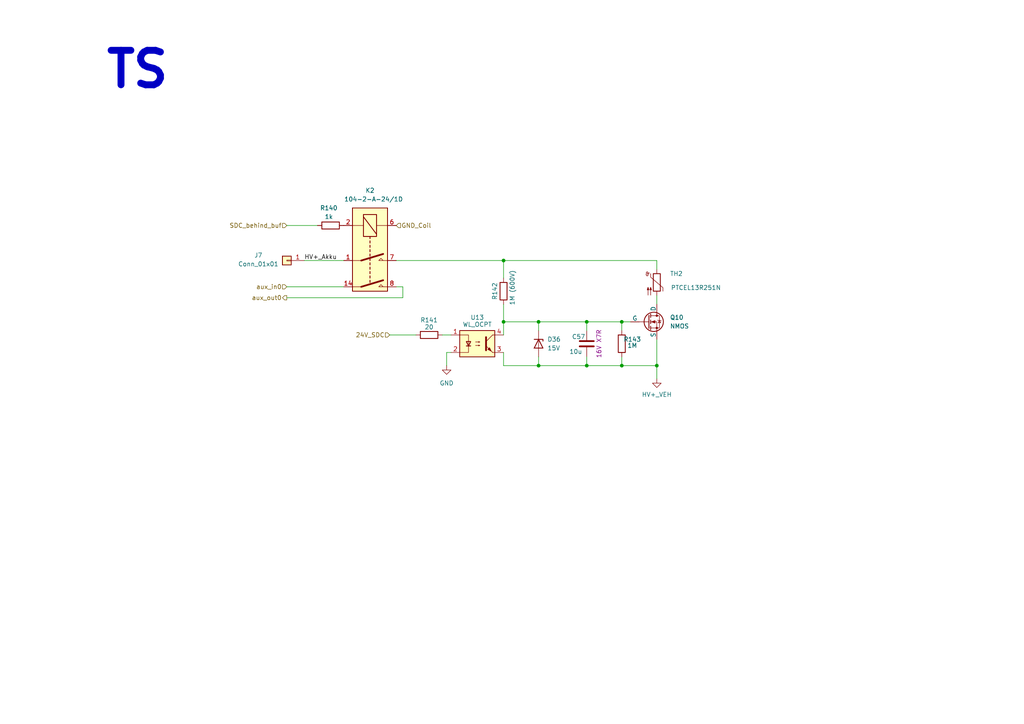
<source format=kicad_sch>
(kicad_sch
	(version 20231120)
	(generator "eeschema")
	(generator_version "8.0")
	(uuid "c512826e-4b30-41b0-b08b-4a156c10d879")
	(paper "A4")
	(lib_symbols
		(symbol "Connector_Generic:Conn_01x01"
			(pin_names
				(offset 1.016) hide)
			(exclude_from_sim no)
			(in_bom yes)
			(on_board yes)
			(property "Reference" "J"
				(at 0 2.54 0)
				(effects
					(font
						(size 1.27 1.27)
					)
				)
			)
			(property "Value" "Conn_01x01"
				(at 0 -2.54 0)
				(effects
					(font
						(size 1.27 1.27)
					)
				)
			)
			(property "Footprint" ""
				(at 0 0 0)
				(effects
					(font
						(size 1.27 1.27)
					)
					(hide yes)
				)
			)
			(property "Datasheet" "~"
				(at 0 0 0)
				(effects
					(font
						(size 1.27 1.27)
					)
					(hide yes)
				)
			)
			(property "Description" "Generic connector, single row, 01x01, script generated (kicad-library-utils/schlib/autogen/connector/)"
				(at 0 0 0)
				(effects
					(font
						(size 1.27 1.27)
					)
					(hide yes)
				)
			)
			(property "ki_keywords" "connector"
				(at 0 0 0)
				(effects
					(font
						(size 1.27 1.27)
					)
					(hide yes)
				)
			)
			(property "ki_fp_filters" "Connector*:*_1x??_*"
				(at 0 0 0)
				(effects
					(font
						(size 1.27 1.27)
					)
					(hide yes)
				)
			)
			(symbol "Conn_01x01_1_1"
				(rectangle
					(start -1.27 0.127)
					(end 0 -0.127)
					(stroke
						(width 0.1524)
						(type default)
					)
					(fill
						(type none)
					)
				)
				(rectangle
					(start -1.27 1.27)
					(end 1.27 -1.27)
					(stroke
						(width 0.254)
						(type default)
					)
					(fill
						(type background)
					)
				)
				(pin passive line
					(at -5.08 0 0)
					(length 3.81)
					(name "Pin_1"
						(effects
							(font
								(size 1.27 1.27)
							)
						)
					)
					(number "1"
						(effects
							(font
								(size 1.27 1.27)
							)
						)
					)
				)
			)
		)
		(symbol "Device:C"
			(pin_numbers hide)
			(pin_names
				(offset 0.254)
			)
			(exclude_from_sim no)
			(in_bom yes)
			(on_board yes)
			(property "Reference" "C"
				(at 0.635 2.54 0)
				(effects
					(font
						(size 1.27 1.27)
					)
					(justify left)
				)
			)
			(property "Value" "C"
				(at 0.635 -2.54 0)
				(effects
					(font
						(size 1.27 1.27)
					)
					(justify left)
				)
			)
			(property "Footprint" ""
				(at 0.9652 -3.81 0)
				(effects
					(font
						(size 1.27 1.27)
					)
					(hide yes)
				)
			)
			(property "Datasheet" "~"
				(at 0 0 0)
				(effects
					(font
						(size 1.27 1.27)
					)
					(hide yes)
				)
			)
			(property "Description" "Unpolarized capacitor"
				(at 0 0 0)
				(effects
					(font
						(size 1.27 1.27)
					)
					(hide yes)
				)
			)
			(property "ki_keywords" "cap capacitor"
				(at 0 0 0)
				(effects
					(font
						(size 1.27 1.27)
					)
					(hide yes)
				)
			)
			(property "ki_fp_filters" "C_*"
				(at 0 0 0)
				(effects
					(font
						(size 1.27 1.27)
					)
					(hide yes)
				)
			)
			(symbol "C_0_1"
				(polyline
					(pts
						(xy -2.032 -0.762) (xy 2.032 -0.762)
					)
					(stroke
						(width 0.508)
						(type default)
					)
					(fill
						(type none)
					)
				)
				(polyline
					(pts
						(xy -2.032 0.762) (xy 2.032 0.762)
					)
					(stroke
						(width 0.508)
						(type default)
					)
					(fill
						(type none)
					)
				)
			)
			(symbol "C_1_1"
				(pin passive line
					(at 0 3.81 270)
					(length 2.794)
					(name "~"
						(effects
							(font
								(size 1.27 1.27)
							)
						)
					)
					(number "1"
						(effects
							(font
								(size 1.27 1.27)
							)
						)
					)
				)
				(pin passive line
					(at 0 -3.81 90)
					(length 2.794)
					(name "~"
						(effects
							(font
								(size 1.27 1.27)
							)
						)
					)
					(number "2"
						(effects
							(font
								(size 1.27 1.27)
							)
						)
					)
				)
			)
		)
		(symbol "Device:D_Zener"
			(pin_numbers hide)
			(pin_names
				(offset 1.016) hide)
			(exclude_from_sim no)
			(in_bom yes)
			(on_board yes)
			(property "Reference" "D"
				(at 0 2.54 0)
				(effects
					(font
						(size 1.27 1.27)
					)
				)
			)
			(property "Value" "D_Zener"
				(at 0 -2.54 0)
				(effects
					(font
						(size 1.27 1.27)
					)
				)
			)
			(property "Footprint" ""
				(at 0 0 0)
				(effects
					(font
						(size 1.27 1.27)
					)
					(hide yes)
				)
			)
			(property "Datasheet" "~"
				(at 0 0 0)
				(effects
					(font
						(size 1.27 1.27)
					)
					(hide yes)
				)
			)
			(property "Description" "Zener diode"
				(at 0 0 0)
				(effects
					(font
						(size 1.27 1.27)
					)
					(hide yes)
				)
			)
			(property "ki_keywords" "diode"
				(at 0 0 0)
				(effects
					(font
						(size 1.27 1.27)
					)
					(hide yes)
				)
			)
			(property "ki_fp_filters" "TO-???* *_Diode_* *SingleDiode* D_*"
				(at 0 0 0)
				(effects
					(font
						(size 1.27 1.27)
					)
					(hide yes)
				)
			)
			(symbol "D_Zener_0_1"
				(polyline
					(pts
						(xy 1.27 0) (xy -1.27 0)
					)
					(stroke
						(width 0)
						(type default)
					)
					(fill
						(type none)
					)
				)
				(polyline
					(pts
						(xy -1.27 -1.27) (xy -1.27 1.27) (xy -0.762 1.27)
					)
					(stroke
						(width 0.254)
						(type default)
					)
					(fill
						(type none)
					)
				)
				(polyline
					(pts
						(xy 1.27 -1.27) (xy 1.27 1.27) (xy -1.27 0) (xy 1.27 -1.27)
					)
					(stroke
						(width 0.254)
						(type default)
					)
					(fill
						(type none)
					)
				)
			)
			(symbol "D_Zener_1_1"
				(pin passive line
					(at -3.81 0 0)
					(length 2.54)
					(name "K"
						(effects
							(font
								(size 1.27 1.27)
							)
						)
					)
					(number "1"
						(effects
							(font
								(size 1.27 1.27)
							)
						)
					)
				)
				(pin passive line
					(at 3.81 0 180)
					(length 2.54)
					(name "A"
						(effects
							(font
								(size 1.27 1.27)
							)
						)
					)
					(number "2"
						(effects
							(font
								(size 1.27 1.27)
							)
						)
					)
				)
			)
		)
		(symbol "Device:R"
			(pin_numbers hide)
			(pin_names
				(offset 0)
			)
			(exclude_from_sim no)
			(in_bom yes)
			(on_board yes)
			(property "Reference" "R"
				(at 2.032 0 90)
				(effects
					(font
						(size 1.27 1.27)
					)
				)
			)
			(property "Value" "R"
				(at 0 0 90)
				(effects
					(font
						(size 1.27 1.27)
					)
				)
			)
			(property "Footprint" ""
				(at -1.778 0 90)
				(effects
					(font
						(size 1.27 1.27)
					)
					(hide yes)
				)
			)
			(property "Datasheet" "~"
				(at 0 0 0)
				(effects
					(font
						(size 1.27 1.27)
					)
					(hide yes)
				)
			)
			(property "Description" "Resistor"
				(at 0 0 0)
				(effects
					(font
						(size 1.27 1.27)
					)
					(hide yes)
				)
			)
			(property "ki_keywords" "R res resistor"
				(at 0 0 0)
				(effects
					(font
						(size 1.27 1.27)
					)
					(hide yes)
				)
			)
			(property "ki_fp_filters" "R_*"
				(at 0 0 0)
				(effects
					(font
						(size 1.27 1.27)
					)
					(hide yes)
				)
			)
			(symbol "R_0_1"
				(rectangle
					(start -1.016 -2.54)
					(end 1.016 2.54)
					(stroke
						(width 0.254)
						(type default)
					)
					(fill
						(type none)
					)
				)
			)
			(symbol "R_1_1"
				(pin passive line
					(at 0 3.81 270)
					(length 1.27)
					(name "~"
						(effects
							(font
								(size 1.27 1.27)
							)
						)
					)
					(number "1"
						(effects
							(font
								(size 1.27 1.27)
							)
						)
					)
				)
				(pin passive line
					(at 0 -3.81 90)
					(length 1.27)
					(name "~"
						(effects
							(font
								(size 1.27 1.27)
							)
						)
					)
					(number "2"
						(effects
							(font
								(size 1.27 1.27)
							)
						)
					)
				)
			)
		)
		(symbol "Device:Thermistor_PTC"
			(pin_numbers hide)
			(pin_names
				(offset 0)
			)
			(exclude_from_sim no)
			(in_bom yes)
			(on_board yes)
			(property "Reference" "TH"
				(at -4.064 0 90)
				(effects
					(font
						(size 1.27 1.27)
					)
				)
			)
			(property "Value" "Thermistor_PTC"
				(at 3.048 0 90)
				(effects
					(font
						(size 1.27 1.27)
					)
				)
			)
			(property "Footprint" ""
				(at 1.27 -5.08 0)
				(effects
					(font
						(size 1.27 1.27)
					)
					(justify left)
					(hide yes)
				)
			)
			(property "Datasheet" "~"
				(at 0 0 0)
				(effects
					(font
						(size 1.27 1.27)
					)
					(hide yes)
				)
			)
			(property "Description" "Temperature dependent resistor, positive temperature coefficient"
				(at 0 0 0)
				(effects
					(font
						(size 1.27 1.27)
					)
					(hide yes)
				)
			)
			(property "ki_keywords" "resistor PTC thermistor sensor RTD"
				(at 0 0 0)
				(effects
					(font
						(size 1.27 1.27)
					)
					(hide yes)
				)
			)
			(property "ki_fp_filters" "*PTC* *Thermistor* PIN?ARRAY* bornier* *Terminal?Block* R_*"
				(at 0 0 0)
				(effects
					(font
						(size 1.27 1.27)
					)
					(hide yes)
				)
			)
			(symbol "Thermistor_PTC_0_1"
				(arc
					(start -3.048 2.159)
					(mid -3.0495 2.3143)
					(end -3.175 2.413)
					(stroke
						(width 0)
						(type default)
					)
					(fill
						(type none)
					)
				)
				(arc
					(start -3.048 2.159)
					(mid -2.9736 1.9794)
					(end -2.794 1.905)
					(stroke
						(width 0)
						(type default)
					)
					(fill
						(type none)
					)
				)
				(arc
					(start -3.048 2.794)
					(mid -2.9736 2.6144)
					(end -2.794 2.54)
					(stroke
						(width 0)
						(type default)
					)
					(fill
						(type none)
					)
				)
				(arc
					(start -2.794 1.905)
					(mid -2.6144 1.9794)
					(end -2.54 2.159)
					(stroke
						(width 0)
						(type default)
					)
					(fill
						(type none)
					)
				)
				(arc
					(start -2.794 2.54)
					(mid -2.4393 2.5587)
					(end -2.159 2.794)
					(stroke
						(width 0)
						(type default)
					)
					(fill
						(type none)
					)
				)
				(arc
					(start -2.794 3.048)
					(mid -2.9736 2.9736)
					(end -3.048 2.794)
					(stroke
						(width 0)
						(type default)
					)
					(fill
						(type none)
					)
				)
				(arc
					(start -2.54 2.794)
					(mid -2.6144 2.9736)
					(end -2.794 3.048)
					(stroke
						(width 0)
						(type default)
					)
					(fill
						(type none)
					)
				)
				(rectangle
					(start -1.016 2.54)
					(end 1.016 -2.54)
					(stroke
						(width 0.254)
						(type default)
					)
					(fill
						(type none)
					)
				)
				(polyline
					(pts
						(xy -2.54 2.159) (xy -2.54 2.794)
					)
					(stroke
						(width 0)
						(type default)
					)
					(fill
						(type none)
					)
				)
				(polyline
					(pts
						(xy -1.778 2.54) (xy -1.778 1.524) (xy 1.778 -1.524) (xy 1.778 -2.54)
					)
					(stroke
						(width 0)
						(type default)
					)
					(fill
						(type none)
					)
				)
				(polyline
					(pts
						(xy -2.54 -3.683) (xy -2.54 -1.397) (xy -2.794 -2.159) (xy -2.286 -2.159) (xy -2.54 -1.397) (xy -2.54 -1.651)
					)
					(stroke
						(width 0)
						(type default)
					)
					(fill
						(type outline)
					)
				)
				(polyline
					(pts
						(xy -1.778 -3.683) (xy -1.778 -1.397) (xy -2.032 -2.159) (xy -1.524 -2.159) (xy -1.778 -1.397)
						(xy -1.778 -1.651)
					)
					(stroke
						(width 0)
						(type default)
					)
					(fill
						(type outline)
					)
				)
			)
			(symbol "Thermistor_PTC_1_1"
				(pin passive line
					(at 0 3.81 270)
					(length 1.27)
					(name "~"
						(effects
							(font
								(size 1.27 1.27)
							)
						)
					)
					(number "1"
						(effects
							(font
								(size 1.27 1.27)
							)
						)
					)
				)
				(pin passive line
					(at 0 -3.81 90)
					(length 1.27)
					(name "~"
						(effects
							(font
								(size 1.27 1.27)
							)
						)
					)
					(number "2"
						(effects
							(font
								(size 1.27 1.27)
							)
						)
					)
				)
			)
		)
		(symbol "Isolator:FODM217A"
			(exclude_from_sim no)
			(in_bom yes)
			(on_board yes)
			(property "Reference" "U4"
				(at 1.27 7.62 0)
				(effects
					(font
						(size 1.27 1.27)
					)
				)
			)
			(property "Value" "WL_OCDA"
				(at 1.27 5.588 0)
				(effects
					(font
						(size 1.27 1.27)
					)
				)
			)
			(property "Footprint" "Package_SO:SOP-4_4.4x2.6mm_P1.27mm"
				(at 0 -5.08 0)
				(effects
					(font
						(size 1.27 1.27)
						(italic yes)
					)
					(hide yes)
				)
			)
			(property "Datasheet" ""
				(at 0 0 0)
				(effects
					(font
						(size 1.27 1.27)
					)
					(justify left)
					(hide yes)
				)
			)
			(property "Description" "141352145000"
				(at 0 0 0)
				(effects
					(font
						(size 1.27 1.27)
					)
					(hide yes)
				)
			)
			(property "ki_keywords" "DC Phototransistor Optocoupler"
				(at 0 0 0)
				(effects
					(font
						(size 1.27 1.27)
					)
					(hide yes)
				)
			)
			(property "ki_fp_filters" "SOP*4.4x2.6mm*P1.27mm*"
				(at 0 0 0)
				(effects
					(font
						(size 1.27 1.27)
					)
					(hide yes)
				)
			)
			(symbol "FODM217A_0_1"
				(rectangle
					(start -5.08 3.81)
					(end 5.08 -3.81)
					(stroke
						(width 0.254)
						(type default)
					)
					(fill
						(type background)
					)
				)
				(polyline
					(pts
						(xy -3.175 -0.635) (xy -1.905 -0.635)
					)
					(stroke
						(width 0.254)
						(type default)
					)
					(fill
						(type none)
					)
				)
				(polyline
					(pts
						(xy 2.54 0.635) (xy 4.445 2.54)
					)
					(stroke
						(width 0)
						(type default)
					)
					(fill
						(type none)
					)
				)
				(polyline
					(pts
						(xy 4.445 -2.54) (xy 2.54 -0.635)
					)
					(stroke
						(width 0)
						(type default)
					)
					(fill
						(type outline)
					)
				)
				(polyline
					(pts
						(xy 4.445 -2.54) (xy 5.08 -2.54)
					)
					(stroke
						(width 0)
						(type default)
					)
					(fill
						(type none)
					)
				)
				(polyline
					(pts
						(xy 4.445 2.54) (xy 5.08 2.54)
					)
					(stroke
						(width 0)
						(type default)
					)
					(fill
						(type none)
					)
				)
				(polyline
					(pts
						(xy -5.08 2.54) (xy -2.54 2.54) (xy -2.54 -0.635)
					)
					(stroke
						(width 0)
						(type default)
					)
					(fill
						(type none)
					)
				)
				(polyline
					(pts
						(xy -2.54 -0.635) (xy -2.54 -2.54) (xy -5.08 -2.54)
					)
					(stroke
						(width 0)
						(type default)
					)
					(fill
						(type none)
					)
				)
				(polyline
					(pts
						(xy 2.54 1.905) (xy 2.54 -1.905) (xy 2.54 -1.905)
					)
					(stroke
						(width 0.508)
						(type default)
					)
					(fill
						(type none)
					)
				)
				(polyline
					(pts
						(xy -2.54 -0.635) (xy -3.175 0.635) (xy -1.905 0.635) (xy -2.54 -0.635)
					)
					(stroke
						(width 0.254)
						(type default)
					)
					(fill
						(type none)
					)
				)
				(polyline
					(pts
						(xy -0.508 -0.508) (xy 0.762 -0.508) (xy 0.381 -0.635) (xy 0.381 -0.381) (xy 0.762 -0.508)
					)
					(stroke
						(width 0)
						(type default)
					)
					(fill
						(type none)
					)
				)
				(polyline
					(pts
						(xy -0.508 0.508) (xy 0.762 0.508) (xy 0.381 0.381) (xy 0.381 0.635) (xy 0.762 0.508)
					)
					(stroke
						(width 0)
						(type default)
					)
					(fill
						(type none)
					)
				)
				(polyline
					(pts
						(xy 3.048 -1.651) (xy 3.556 -1.143) (xy 4.064 -2.159) (xy 3.048 -1.651) (xy 3.048 -1.651)
					)
					(stroke
						(width 0)
						(type default)
					)
					(fill
						(type outline)
					)
				)
			)
			(symbol "FODM217A_1_1"
				(pin passive line
					(at -7.62 2.54 0)
					(length 2.54)
					(name "~"
						(effects
							(font
								(size 1.27 1.27)
							)
						)
					)
					(number "1"
						(effects
							(font
								(size 1.27 1.27)
							)
						)
					)
				)
				(pin passive line
					(at -7.62 -2.54 0)
					(length 2.54)
					(name "~"
						(effects
							(font
								(size 1.27 1.27)
							)
						)
					)
					(number "2"
						(effects
							(font
								(size 1.27 1.27)
							)
						)
					)
				)
				(pin passive line
					(at 7.62 -2.54 180)
					(length 2.54)
					(name "~"
						(effects
							(font
								(size 1.27 1.27)
							)
						)
					)
					(number "3"
						(effects
							(font
								(size 1.27 1.27)
							)
						)
					)
				)
				(pin passive line
					(at 7.62 2.54 180)
					(length 2.54)
					(name "~"
						(effects
							(font
								(size 1.27 1.27)
							)
						)
					)
					(number "4"
						(effects
							(font
								(size 1.27 1.27)
							)
						)
					)
				)
			)
		)
		(symbol "Relay:DIPxx-2Axx-21x"
			(exclude_from_sim no)
			(in_bom yes)
			(on_board yes)
			(property "Reference" "K"
				(at 12.7 3.81 0)
				(effects
					(font
						(size 1.27 1.27)
					)
					(justify left)
				)
			)
			(property "Value" "DIPxx-2Axx-21x"
				(at 12.7 1.27 0)
				(effects
					(font
						(size 1.27 1.27)
					)
					(justify left)
				)
			)
			(property "Footprint" "Relay_THT:Relay_StandexMeder_DIP_LowProfile"
				(at 12.7 -1.27 0)
				(effects
					(font
						(size 1.27 1.27)
					)
					(justify left)
					(hide yes)
				)
			)
			(property "Datasheet" "https://standexelectronics.com/wp-content/uploads/datasheet_reed_relay_DIP.pdf"
				(at 0 0 0)
				(effects
					(font
						(size 1.27 1.27)
					)
					(hide yes)
				)
			)
			(property "Description" "Standex Meder DIP reed relay, DPST, Closing Contacts"
				(at 0 0 0)
				(effects
					(font
						(size 1.27 1.27)
					)
					(hide yes)
				)
			)
			(property "ki_keywords" "Single Pole Reed Relay DPST"
				(at 0 0 0)
				(effects
					(font
						(size 1.27 1.27)
					)
					(hide yes)
				)
			)
			(property "ki_fp_filters" "Relay*StandexMeder*DIP*LowProfile*"
				(at 0 0 0)
				(effects
					(font
						(size 1.27 1.27)
					)
					(hide yes)
				)
			)
			(symbol "DIPxx-2Axx-21x_0_0"
				(polyline
					(pts
						(xy 2.54 5.08) (xy 2.54 2.54) (xy 1.905 3.175) (xy 2.54 3.81)
					)
					(stroke
						(width 0)
						(type default)
					)
					(fill
						(type none)
					)
				)
				(polyline
					(pts
						(xy 10.16 5.08) (xy 10.16 2.54) (xy 9.525 3.175) (xy 10.16 3.81)
					)
					(stroke
						(width 0)
						(type default)
					)
					(fill
						(type none)
					)
				)
			)
			(symbol "DIPxx-2Axx-21x_0_1"
				(rectangle
					(start -12.7 5.08)
					(end 11.43 -5.08)
					(stroke
						(width 0.254)
						(type default)
					)
					(fill
						(type background)
					)
				)
				(rectangle
					(start -10.795 1.905)
					(end -4.445 -1.905)
					(stroke
						(width 0.254)
						(type default)
					)
					(fill
						(type none)
					)
				)
				(polyline
					(pts
						(xy -10.16 -1.905) (xy -5.08 1.905)
					)
					(stroke
						(width 0.254)
						(type default)
					)
					(fill
						(type none)
					)
				)
				(polyline
					(pts
						(xy -7.62 -5.08) (xy -7.62 -1.905)
					)
					(stroke
						(width 0)
						(type default)
					)
					(fill
						(type none)
					)
				)
				(polyline
					(pts
						(xy -7.62 5.08) (xy -7.62 1.905)
					)
					(stroke
						(width 0)
						(type default)
					)
					(fill
						(type none)
					)
				)
				(polyline
					(pts
						(xy -4.445 0) (xy -3.81 0)
					)
					(stroke
						(width 0.254)
						(type default)
					)
					(fill
						(type none)
					)
				)
				(polyline
					(pts
						(xy -3.175 0) (xy -2.54 0)
					)
					(stroke
						(width 0.254)
						(type default)
					)
					(fill
						(type none)
					)
				)
				(polyline
					(pts
						(xy -1.905 0) (xy -1.27 0)
					)
					(stroke
						(width 0.254)
						(type default)
					)
					(fill
						(type none)
					)
				)
				(polyline
					(pts
						(xy -0.635 0) (xy 0 0)
					)
					(stroke
						(width 0.254)
						(type default)
					)
					(fill
						(type none)
					)
				)
				(polyline
					(pts
						(xy 0.635 0) (xy 1.27 0)
					)
					(stroke
						(width 0.254)
						(type default)
					)
					(fill
						(type none)
					)
				)
				(polyline
					(pts
						(xy 1.905 0) (xy 2.54 0)
					)
					(stroke
						(width 0.254)
						(type default)
					)
					(fill
						(type none)
					)
				)
				(polyline
					(pts
						(xy 2.54 -2.54) (xy 0.635 3.81)
					)
					(stroke
						(width 0.508)
						(type default)
					)
					(fill
						(type none)
					)
				)
				(polyline
					(pts
						(xy 2.54 -2.54) (xy 2.54 -5.08)
					)
					(stroke
						(width 0)
						(type default)
					)
					(fill
						(type none)
					)
				)
				(polyline
					(pts
						(xy 3.175 0) (xy 3.81 0)
					)
					(stroke
						(width 0.254)
						(type default)
					)
					(fill
						(type none)
					)
				)
				(polyline
					(pts
						(xy 4.445 0) (xy 5.08 0)
					)
					(stroke
						(width 0.254)
						(type default)
					)
					(fill
						(type none)
					)
				)
				(polyline
					(pts
						(xy 5.715 0) (xy 6.35 0)
					)
					(stroke
						(width 0.254)
						(type default)
					)
					(fill
						(type none)
					)
				)
				(polyline
					(pts
						(xy 6.985 0) (xy 7.62 0)
					)
					(stroke
						(width 0.254)
						(type default)
					)
					(fill
						(type none)
					)
				)
				(polyline
					(pts
						(xy 8.255 0) (xy 8.89 0)
					)
					(stroke
						(width 0.254)
						(type default)
					)
					(fill
						(type none)
					)
				)
				(polyline
					(pts
						(xy 10.16 -2.54) (xy 8.255 3.81)
					)
					(stroke
						(width 0.508)
						(type default)
					)
					(fill
						(type none)
					)
				)
				(polyline
					(pts
						(xy 10.16 -2.54) (xy 10.16 -5.08)
					)
					(stroke
						(width 0)
						(type default)
					)
					(fill
						(type none)
					)
				)
			)
			(symbol "DIPxx-2Axx-21x_1_1"
				(pin passive line
					(at 2.54 -7.62 90)
					(length 2.54)
					(name "~"
						(effects
							(font
								(size 1.27 1.27)
							)
						)
					)
					(number "1"
						(effects
							(font
								(size 1.27 1.27)
							)
						)
					)
				)
				(pin passive line
					(at 10.16 -7.62 90)
					(length 2.54)
					(name "~"
						(effects
							(font
								(size 1.27 1.27)
							)
						)
					)
					(number "14"
						(effects
							(font
								(size 1.27 1.27)
							)
						)
					)
				)
				(pin passive line
					(at -7.62 -7.62 90)
					(length 2.54)
					(name "~"
						(effects
							(font
								(size 1.27 1.27)
							)
						)
					)
					(number "2"
						(effects
							(font
								(size 1.27 1.27)
							)
						)
					)
				)
				(pin passive line
					(at -7.62 7.62 270)
					(length 2.54)
					(name "~"
						(effects
							(font
								(size 1.27 1.27)
							)
						)
					)
					(number "6"
						(effects
							(font
								(size 1.27 1.27)
							)
						)
					)
				)
				(pin passive line
					(at 2.54 7.62 270)
					(length 2.54)
					(name "~"
						(effects
							(font
								(size 1.27 1.27)
							)
						)
					)
					(number "7"
						(effects
							(font
								(size 1.27 1.27)
							)
						)
					)
				)
				(pin passive line
					(at 10.16 7.62 270)
					(length 2.54)
					(name "~"
						(effects
							(font
								(size 1.27 1.27)
							)
						)
					)
					(number "8"
						(effects
							(font
								(size 1.27 1.27)
							)
						)
					)
				)
			)
		)
		(symbol "Simulation_SPICE:NMOS"
			(pin_numbers hide)
			(pin_names
				(offset 0)
			)
			(exclude_from_sim no)
			(in_bom yes)
			(on_board yes)
			(property "Reference" "Q"
				(at 5.08 1.27 0)
				(effects
					(font
						(size 1.27 1.27)
					)
					(justify left)
				)
			)
			(property "Value" "NMOS"
				(at 5.08 -1.27 0)
				(effects
					(font
						(size 1.27 1.27)
					)
					(justify left)
				)
			)
			(property "Footprint" ""
				(at 5.08 2.54 0)
				(effects
					(font
						(size 1.27 1.27)
					)
					(hide yes)
				)
			)
			(property "Datasheet" "https://ngspice.sourceforge.io/docs/ngspice-html-manual/manual.xhtml#cha_MOSFETs"
				(at 0 -12.7 0)
				(effects
					(font
						(size 1.27 1.27)
					)
					(hide yes)
				)
			)
			(property "Description" "N-MOSFET transistor, drain/source/gate"
				(at 0 0 0)
				(effects
					(font
						(size 1.27 1.27)
					)
					(hide yes)
				)
			)
			(property "Sim.Device" "NMOS"
				(at 0 -17.145 0)
				(effects
					(font
						(size 1.27 1.27)
					)
					(hide yes)
				)
			)
			(property "Sim.Type" "VDMOS"
				(at 0 -19.05 0)
				(effects
					(font
						(size 1.27 1.27)
					)
					(hide yes)
				)
			)
			(property "Sim.Pins" "1=D 2=G 3=S"
				(at 0 -15.24 0)
				(effects
					(font
						(size 1.27 1.27)
					)
					(hide yes)
				)
			)
			(property "ki_keywords" "transistor NMOS N-MOS N-MOSFET simulation"
				(at 0 0 0)
				(effects
					(font
						(size 1.27 1.27)
					)
					(hide yes)
				)
			)
			(symbol "NMOS_0_1"
				(polyline
					(pts
						(xy 0.254 0) (xy -2.54 0)
					)
					(stroke
						(width 0)
						(type default)
					)
					(fill
						(type none)
					)
				)
				(polyline
					(pts
						(xy 0.254 1.905) (xy 0.254 -1.905)
					)
					(stroke
						(width 0.254)
						(type default)
					)
					(fill
						(type none)
					)
				)
				(polyline
					(pts
						(xy 0.762 -1.27) (xy 0.762 -2.286)
					)
					(stroke
						(width 0.254)
						(type default)
					)
					(fill
						(type none)
					)
				)
				(polyline
					(pts
						(xy 0.762 0.508) (xy 0.762 -0.508)
					)
					(stroke
						(width 0.254)
						(type default)
					)
					(fill
						(type none)
					)
				)
				(polyline
					(pts
						(xy 0.762 2.286) (xy 0.762 1.27)
					)
					(stroke
						(width 0.254)
						(type default)
					)
					(fill
						(type none)
					)
				)
				(polyline
					(pts
						(xy 2.54 2.54) (xy 2.54 1.778)
					)
					(stroke
						(width 0)
						(type default)
					)
					(fill
						(type none)
					)
				)
				(polyline
					(pts
						(xy 2.54 -2.54) (xy 2.54 0) (xy 0.762 0)
					)
					(stroke
						(width 0)
						(type default)
					)
					(fill
						(type none)
					)
				)
				(polyline
					(pts
						(xy 0.762 -1.778) (xy 3.302 -1.778) (xy 3.302 1.778) (xy 0.762 1.778)
					)
					(stroke
						(width 0)
						(type default)
					)
					(fill
						(type none)
					)
				)
				(polyline
					(pts
						(xy 1.016 0) (xy 2.032 0.381) (xy 2.032 -0.381) (xy 1.016 0)
					)
					(stroke
						(width 0)
						(type default)
					)
					(fill
						(type outline)
					)
				)
				(polyline
					(pts
						(xy 2.794 0.508) (xy 2.921 0.381) (xy 3.683 0.381) (xy 3.81 0.254)
					)
					(stroke
						(width 0)
						(type default)
					)
					(fill
						(type none)
					)
				)
				(polyline
					(pts
						(xy 3.302 0.381) (xy 2.921 -0.254) (xy 3.683 -0.254) (xy 3.302 0.381)
					)
					(stroke
						(width 0)
						(type default)
					)
					(fill
						(type none)
					)
				)
				(circle
					(center 1.651 0)
					(radius 2.794)
					(stroke
						(width 0.254)
						(type default)
					)
					(fill
						(type none)
					)
				)
				(circle
					(center 2.54 -1.778)
					(radius 0.254)
					(stroke
						(width 0)
						(type default)
					)
					(fill
						(type outline)
					)
				)
				(circle
					(center 2.54 1.778)
					(radius 0.254)
					(stroke
						(width 0)
						(type default)
					)
					(fill
						(type outline)
					)
				)
			)
			(symbol "NMOS_1_1"
				(pin passive line
					(at 2.54 5.08 270)
					(length 2.54)
					(name "D"
						(effects
							(font
								(size 1.27 1.27)
							)
						)
					)
					(number "1"
						(effects
							(font
								(size 1.27 1.27)
							)
						)
					)
				)
				(pin input line
					(at -5.08 0 0)
					(length 2.54)
					(name "G"
						(effects
							(font
								(size 1.27 1.27)
							)
						)
					)
					(number "2"
						(effects
							(font
								(size 1.27 1.27)
							)
						)
					)
				)
				(pin passive line
					(at 2.54 -5.08 90)
					(length 2.54)
					(name "S"
						(effects
							(font
								(size 1.27 1.27)
							)
						)
					)
					(number "3"
						(effects
							(font
								(size 1.27 1.27)
							)
						)
					)
				)
			)
		)
		(symbol "power:GND"
			(power)
			(pin_numbers hide)
			(pin_names
				(offset 0) hide)
			(exclude_from_sim no)
			(in_bom yes)
			(on_board yes)
			(property "Reference" "#PWR"
				(at 0 -6.35 0)
				(effects
					(font
						(size 1.27 1.27)
					)
					(hide yes)
				)
			)
			(property "Value" "GND"
				(at 0 -3.81 0)
				(effects
					(font
						(size 1.27 1.27)
					)
				)
			)
			(property "Footprint" ""
				(at 0 0 0)
				(effects
					(font
						(size 1.27 1.27)
					)
					(hide yes)
				)
			)
			(property "Datasheet" ""
				(at 0 0 0)
				(effects
					(font
						(size 1.27 1.27)
					)
					(hide yes)
				)
			)
			(property "Description" "Power symbol creates a global label with name \"GND\" , ground"
				(at 0 0 0)
				(effects
					(font
						(size 1.27 1.27)
					)
					(hide yes)
				)
			)
			(property "ki_keywords" "global power"
				(at 0 0 0)
				(effects
					(font
						(size 1.27 1.27)
					)
					(hide yes)
				)
			)
			(symbol "GND_0_1"
				(polyline
					(pts
						(xy 0 0) (xy 0 -1.27) (xy 1.27 -1.27) (xy 0 -2.54) (xy -1.27 -1.27) (xy 0 -1.27)
					)
					(stroke
						(width 0)
						(type default)
					)
					(fill
						(type none)
					)
				)
			)
			(symbol "GND_1_1"
				(pin power_in line
					(at 0 0 270)
					(length 0)
					(name "~"
						(effects
							(font
								(size 1.27 1.27)
							)
						)
					)
					(number "1"
						(effects
							(font
								(size 1.27 1.27)
							)
						)
					)
				)
			)
		)
	)
	(junction
		(at 156.21 106.045)
		(diameter 0)
		(color 0 0 0 0)
		(uuid "7445b026-cf2a-4e3a-9320-ddcfc132f20e")
	)
	(junction
		(at 170.18 106.045)
		(diameter 0)
		(color 0 0 0 0)
		(uuid "7d3c6679-618d-4b65-be47-0ce5bdcb1e4f")
	)
	(junction
		(at 180.34 93.345)
		(diameter 0)
		(color 0 0 0 0)
		(uuid "833bbf93-9346-4662-b85f-eeeddff1b6fb")
	)
	(junction
		(at 146.05 93.345)
		(diameter 0)
		(color 0 0 0 0)
		(uuid "a5d9ffa8-8394-41db-9aa2-8253ca672864")
	)
	(junction
		(at 190.5 106.045)
		(diameter 0)
		(color 0 0 0 0)
		(uuid "abf29d37-e474-4393-80a5-a2b42396b3d5")
	)
	(junction
		(at 146.05 75.565)
		(diameter 0)
		(color 0 0 0 0)
		(uuid "ad670d95-9619-4ab3-89ef-3559c7fb1c54")
	)
	(junction
		(at 156.21 93.345)
		(diameter 0)
		(color 0 0 0 0)
		(uuid "b6175b6a-d08b-42d9-ab9a-527e564a86f3")
	)
	(junction
		(at 180.34 106.045)
		(diameter 0)
		(color 0 0 0 0)
		(uuid "ef7fe267-87af-4bc3-a301-4521f40808d0")
	)
	(junction
		(at 170.18 93.345)
		(diameter 0)
		(color 0 0 0 0)
		(uuid "f78825ac-56c4-408b-87ca-71210d1c4e31")
	)
	(wire
		(pts
			(xy 190.5 75.565) (xy 190.5 78.105)
		)
		(stroke
			(width 0)
			(type default)
		)
		(uuid "13255788-628c-4d91-b690-848eaaa9d480")
	)
	(wire
		(pts
			(xy 180.34 103.505) (xy 180.34 106.045)
		)
		(stroke
			(width 0)
			(type default)
		)
		(uuid "154f6429-f71d-4744-93bd-6dbb061871e1")
	)
	(wire
		(pts
			(xy 156.21 106.045) (xy 170.18 106.045)
		)
		(stroke
			(width 0)
			(type default)
		)
		(uuid "26b47e40-0446-46a8-88d0-afbae93bb962")
	)
	(wire
		(pts
			(xy 116.84 86.36) (xy 116.84 83.185)
		)
		(stroke
			(width 0)
			(type default)
		)
		(uuid "295b27b4-279a-4844-8e6c-748d1fa8971a")
	)
	(wire
		(pts
			(xy 146.05 75.565) (xy 190.5 75.565)
		)
		(stroke
			(width 0)
			(type default)
		)
		(uuid "2d154140-0496-4bf2-854d-103f5c2d7c19")
	)
	(wire
		(pts
			(xy 190.5 106.045) (xy 190.5 109.855)
		)
		(stroke
			(width 0)
			(type default)
		)
		(uuid "30ac9498-72f3-413f-bd7e-85845e8ab4eb")
	)
	(wire
		(pts
			(xy 146.05 102.235) (xy 146.05 106.045)
		)
		(stroke
			(width 0)
			(type default)
		)
		(uuid "43b491c5-91e7-4fd2-bcb6-5e06b5c4514e")
	)
	(wire
		(pts
			(xy 146.05 75.565) (xy 146.05 80.645)
		)
		(stroke
			(width 0)
			(type default)
		)
		(uuid "4edb8500-1b60-4600-ba46-83ed0d773ae4")
	)
	(wire
		(pts
			(xy 83.185 65.405) (xy 92.075 65.405)
		)
		(stroke
			(width 0)
			(type default)
		)
		(uuid "571089fd-4668-4d3e-99de-e0e92abae555")
	)
	(wire
		(pts
			(xy 156.21 93.345) (xy 170.18 93.345)
		)
		(stroke
			(width 0)
			(type default)
		)
		(uuid "5a056ee8-3a22-4e09-b04e-c8799f330db6")
	)
	(wire
		(pts
			(xy 180.34 93.345) (xy 180.34 95.885)
		)
		(stroke
			(width 0)
			(type default)
		)
		(uuid "5c3a4fba-4cbb-43a9-8d73-36253f997f93")
	)
	(wire
		(pts
			(xy 180.34 106.045) (xy 190.5 106.045)
		)
		(stroke
			(width 0)
			(type default)
		)
		(uuid "5de64539-dfa9-41d6-a744-bfef3eb4d5ad")
	)
	(wire
		(pts
			(xy 190.5 85.725) (xy 190.5 88.265)
		)
		(stroke
			(width 0)
			(type default)
		)
		(uuid "5f837369-53c2-49ce-b80b-d2656ad26f8c")
	)
	(wire
		(pts
			(xy 129.54 102.235) (xy 130.81 102.235)
		)
		(stroke
			(width 0)
			(type default)
		)
		(uuid "665327c2-f8b9-4c95-8d41-09f1fb1ae59b")
	)
	(wire
		(pts
			(xy 156.21 93.345) (xy 156.21 95.885)
		)
		(stroke
			(width 0)
			(type default)
		)
		(uuid "670ff955-a9f8-42d6-b06d-d5b87e76f2db")
	)
	(wire
		(pts
			(xy 128.27 97.155) (xy 130.81 97.155)
		)
		(stroke
			(width 0)
			(type default)
		)
		(uuid "6819bff1-1663-468c-8fc4-c04dd2371abb")
	)
	(wire
		(pts
			(xy 146.05 106.045) (xy 156.21 106.045)
		)
		(stroke
			(width 0)
			(type default)
		)
		(uuid "742c9b28-5750-4798-820f-348aa1dacc93")
	)
	(wire
		(pts
			(xy 180.34 93.345) (xy 182.88 93.345)
		)
		(stroke
			(width 0)
			(type default)
		)
		(uuid "7464ff68-8e24-40eb-9d57-a1e1adb73bf8")
	)
	(wire
		(pts
			(xy 146.05 88.265) (xy 146.05 93.345)
		)
		(stroke
			(width 0)
			(type default)
		)
		(uuid "7810b910-27fc-413c-abf0-5ed771480261")
	)
	(wire
		(pts
			(xy 170.18 106.045) (xy 180.34 106.045)
		)
		(stroke
			(width 0)
			(type default)
		)
		(uuid "83d2dc3b-e711-45ec-8be4-7e568c274201")
	)
	(wire
		(pts
			(xy 190.5 98.425) (xy 190.5 106.045)
		)
		(stroke
			(width 0)
			(type default)
		)
		(uuid "8b825f6b-53c5-40e2-9572-ca1a95891545")
	)
	(wire
		(pts
			(xy 170.18 93.345) (xy 180.34 93.345)
		)
		(stroke
			(width 0)
			(type default)
		)
		(uuid "9874fe07-27c2-40b3-a9d6-61cd85adaddd")
	)
	(wire
		(pts
			(xy 129.54 106.045) (xy 129.54 102.235)
		)
		(stroke
			(width 0)
			(type default)
		)
		(uuid "9be2aad1-c124-4bdb-8c87-5ac845da9f0a")
	)
	(wire
		(pts
			(xy 83.185 86.36) (xy 116.84 86.36)
		)
		(stroke
			(width 0)
			(type default)
		)
		(uuid "a0599e55-bcdc-477d-a041-14eeb1e9fe1c")
	)
	(wire
		(pts
			(xy 88.265 75.565) (xy 99.695 75.565)
		)
		(stroke
			(width 0)
			(type default)
		)
		(uuid "b1ab3e9f-d52b-472a-b481-50b5ff72dc1a")
	)
	(wire
		(pts
			(xy 146.05 97.155) (xy 146.05 93.345)
		)
		(stroke
			(width 0)
			(type default)
		)
		(uuid "b1b1624d-dbd0-4d8a-a040-c9fd381d1425")
	)
	(wire
		(pts
			(xy 170.18 93.345) (xy 170.18 95.885)
		)
		(stroke
			(width 0)
			(type default)
		)
		(uuid "ca8f2d87-accb-4ce7-a406-ce7496341b34")
	)
	(wire
		(pts
			(xy 114.935 75.565) (xy 146.05 75.565)
		)
		(stroke
			(width 0)
			(type default)
		)
		(uuid "ccc5a479-3c0f-4397-8d1f-7da1fed97f29")
	)
	(wire
		(pts
			(xy 156.21 103.505) (xy 156.21 106.045)
		)
		(stroke
			(width 0)
			(type default)
		)
		(uuid "d0b76fe9-ee33-468b-b3ab-f225328a9a1f")
	)
	(wire
		(pts
			(xy 170.18 103.505) (xy 170.18 106.045)
		)
		(stroke
			(width 0)
			(type default)
		)
		(uuid "d74f332d-19c6-46ae-8cef-dec24462a9c5")
	)
	(wire
		(pts
			(xy 83.185 83.185) (xy 99.695 83.185)
		)
		(stroke
			(width 0)
			(type default)
		)
		(uuid "dd45e93f-612a-4415-90c3-38ac07df31cd")
	)
	(wire
		(pts
			(xy 146.05 93.345) (xy 156.21 93.345)
		)
		(stroke
			(width 0)
			(type default)
		)
		(uuid "e5ede777-457c-4202-b64e-6d8b5fa1d6a1")
	)
	(wire
		(pts
			(xy 114.935 83.185) (xy 116.84 83.185)
		)
		(stroke
			(width 0)
			(type default)
		)
		(uuid "e751b110-8161-44c8-b0d4-0dbcad6d3ab0")
	)
	(wire
		(pts
			(xy 113.03 97.155) (xy 120.65 97.155)
		)
		(stroke
			(width 0)
			(type default)
		)
		(uuid "e877c9da-4f29-4dc7-b7e5-b5b9cd9cd689")
	)
	(text "TS"
		(exclude_from_sim no)
		(at 29.972 20.32 0)
		(effects
			(font
				(size 10 10)
				(thickness 2)
				(bold yes)
			)
			(justify left)
		)
		(uuid "0a3e6c1e-fc36-4bb4-8138-05aef9ab2a25")
	)
	(label "HV+_Akku"
		(at 88.265 75.565 0)
		(fields_autoplaced yes)
		(effects
			(font
				(size 1.27 1.27)
			)
			(justify left bottom)
		)
		(uuid "915c3972-cb2f-48ea-a298-79ded466dca1")
	)
	(hierarchical_label "GND_Coil"
		(shape input)
		(at 114.935 65.405 0)
		(fields_autoplaced yes)
		(effects
			(font
				(size 1.27 1.27)
			)
			(justify left)
		)
		(uuid "0336b6e6-12eb-49bd-922d-ffd67b8f2b71")
	)
	(hierarchical_label "SDC_behind_buf"
		(shape input)
		(at 83.185 65.405 180)
		(fields_autoplaced yes)
		(effects
			(font
				(size 1.27 1.27)
			)
			(justify right)
		)
		(uuid "177a625b-f077-469c-808d-268af12c0324")
	)
	(hierarchical_label "24V_SDC"
		(shape input)
		(at 113.03 97.155 180)
		(fields_autoplaced yes)
		(effects
			(font
				(size 1.27 1.27)
			)
			(justify right)
		)
		(uuid "1ca44429-a82d-4314-9da5-40d6a0810209")
	)
	(hierarchical_label "aux_in0"
		(shape input)
		(at 83.185 83.185 180)
		(fields_autoplaced yes)
		(effects
			(font
				(size 1.27 1.27)
			)
			(justify right)
		)
		(uuid "653da6f8-c5e6-4b74-bd8a-e487c198cc5a")
	)
	(hierarchical_label "aux_out0"
		(shape output)
		(at 83.185 86.36 180)
		(fields_autoplaced yes)
		(effects
			(font
				(size 1.27 1.27)
			)
			(justify right)
		)
		(uuid "793ea848-b16f-487b-aa74-e363aecdb0b9")
	)
	(symbol
		(lib_id "Connector_Generic:Conn_01x01")
		(at 83.185 75.565 180)
		(unit 1)
		(exclude_from_sim no)
		(in_bom yes)
		(on_board yes)
		(dnp no)
		(uuid "0a27851e-59e7-47d8-a3a9-6547bddd85b9")
		(property "Reference" "J7"
			(at 74.93 74.041 0)
			(effects
				(font
					(size 1.27 1.27)
				)
			)
		)
		(property "Value" "Conn_01x01"
			(at 74.93 76.581 0)
			(effects
				(font
					(size 1.27 1.27)
				)
			)
		)
		(property "Footprint" ""
			(at 83.185 75.565 0)
			(effects
				(font
					(size 1.27 1.27)
				)
				(hide yes)
			)
		)
		(property "Datasheet" "~"
			(at 83.185 75.565 0)
			(effects
				(font
					(size 1.27 1.27)
				)
				(hide yes)
			)
		)
		(property "Description" "Generic connector, single row, 01x01, script generated (kicad-library-utils/schlib/autogen/connector/)"
			(at 83.185 75.565 0)
			(effects
				(font
					(size 1.27 1.27)
				)
				(hide yes)
			)
		)
		(pin "1"
			(uuid "0abcc3ab-3061-49bb-95d7-bf0489297d0e")
		)
		(instances
			(project "Master_FT25"
				(path "/e63e39d7-6ac0-4ffd-8aa3-1841a4541b55/95b8e8bb-175b-4c26-b28f-f18dafbb4793/37d30e27-c673-4cc7-b99f-eba24f032eb1"
					(reference "J7")
					(unit 1)
				)
			)
		)
	)
	(symbol
		(lib_id "Device:R")
		(at 124.46 97.155 90)
		(unit 1)
		(exclude_from_sim no)
		(in_bom yes)
		(on_board yes)
		(dnp no)
		(uuid "3da47712-3185-4e18-939b-788bf4c07fa1")
		(property "Reference" "R141"
			(at 124.46 92.837 90)
			(effects
				(font
					(size 1.27 1.27)
				)
			)
		)
		(property "Value" "20"
			(at 124.46 94.869 90)
			(effects
				(font
					(size 1.27 1.27)
				)
			)
		)
		(property "Footprint" "Resistor_SMD:R_0603_1608Metric"
			(at 124.46 98.933 90)
			(effects
				(font
					(size 1.27 1.27)
				)
				(hide yes)
			)
		)
		(property "Datasheet" "~"
			(at 124.46 97.155 0)
			(effects
				(font
					(size 1.27 1.27)
				)
				(hide yes)
			)
		)
		(property "Description" ""
			(at 124.46 97.155 0)
			(effects
				(font
					(size 1.27 1.27)
				)
				(hide yes)
			)
		)
		(pin "1"
			(uuid "d758868b-e405-4855-8187-2f6e65f34c95")
		)
		(pin "2"
			(uuid "6752f879-9679-49b1-b668-d5fcd28148a1")
		)
		(instances
			(project "Master_FT25"
				(path "/e63e39d7-6ac0-4ffd-8aa3-1841a4541b55/95b8e8bb-175b-4c26-b28f-f18dafbb4793/37d30e27-c673-4cc7-b99f-eba24f032eb1"
					(reference "R141")
					(unit 1)
				)
			)
		)
	)
	(symbol
		(lib_id "Device:Thermistor_PTC")
		(at 190.5 81.915 0)
		(unit 1)
		(exclude_from_sim no)
		(in_bom yes)
		(on_board yes)
		(dnp no)
		(uuid "473f44cc-b349-4127-ac18-c6e688167dcf")
		(property "Reference" "TH2"
			(at 194.31 79.375 0)
			(effects
				(font
					(size 1.27 1.27)
				)
				(justify left)
			)
		)
		(property "Value" "PTCEL13R251N"
			(at 194.564 83.439 0)
			(effects
				(font
					(size 1.27 1.27)
				)
				(justify left)
			)
		)
		(property "Footprint" "Connector_PinHeader_2.54mm:PinHeader_1x02_P2.54mm_Vertical"
			(at 191.77 86.995 0)
			(effects
				(font
					(size 1.27 1.27)
				)
				(justify left)
				(hide yes)
			)
		)
		(property "Datasheet" "https://www.vishay.com/docs/29165/ptcel_series.pdf"
			(at 190.5 81.915 0)
			(effects
				(font
					(size 1.27 1.27)
				)
				(hide yes)
			)
		)
		(property "Description" "Temperature dependent resistor, positive temperature coefficient"
			(at 190.5 81.915 0)
			(effects
				(font
					(size 1.27 1.27)
				)
				(hide yes)
			)
		)
		(pin "1"
			(uuid "04f791c8-bf02-4d20-a9a1-29b01b90cbaa")
		)
		(pin "2"
			(uuid "6ec933df-396a-4803-b56f-d3a576526b89")
		)
		(instances
			(project "Master_FT25"
				(path "/e63e39d7-6ac0-4ffd-8aa3-1841a4541b55/95b8e8bb-175b-4c26-b28f-f18dafbb4793/37d30e27-c673-4cc7-b99f-eba24f032eb1"
					(reference "TH2")
					(unit 1)
				)
			)
		)
	)
	(symbol
		(lib_id "Device:R")
		(at 146.05 84.455 0)
		(unit 1)
		(exclude_from_sim no)
		(in_bom yes)
		(on_board yes)
		(dnp no)
		(uuid "5ef9ba0a-5ddf-4701-94c1-f2b56ba4dcf3")
		(property "Reference" "R142"
			(at 143.51 84.455 90)
			(effects
				(font
					(size 1.27 1.27)
				)
			)
		)
		(property "Value" "1M (600V)"
			(at 148.59 83.439 90)
			(effects
				(font
					(size 1.27 1.27)
				)
			)
		)
		(property "Footprint" "Resistor_SMD:R_2010_5025Metric_Pad1.40x2.65mm_HandSolder"
			(at 144.272 84.455 90)
			(effects
				(font
					(size 1.27 1.27)
				)
				(hide yes)
			)
		)
		(property "Datasheet" "~"
			(at 146.05 84.455 0)
			(effects
				(font
					(size 1.27 1.27)
				)
				(hide yes)
			)
		)
		(property "Description" "Resistor"
			(at 146.05 84.455 0)
			(effects
				(font
					(size 1.27 1.27)
				)
				(hide yes)
			)
		)
		(pin "2"
			(uuid "442ee815-0646-49ec-91cd-4d36db9722b2")
		)
		(pin "1"
			(uuid "d4688976-b1e7-4d6c-9c40-6f540417c0d0")
		)
		(instances
			(project "Master_FT25"
				(path "/e63e39d7-6ac0-4ffd-8aa3-1841a4541b55/95b8e8bb-175b-4c26-b28f-f18dafbb4793/37d30e27-c673-4cc7-b99f-eba24f032eb1"
					(reference "R142")
					(unit 1)
				)
			)
		)
	)
	(symbol
		(lib_id "Device:C")
		(at 170.18 99.695 0)
		(unit 1)
		(exclude_from_sim no)
		(in_bom yes)
		(on_board yes)
		(dnp no)
		(uuid "6e1c859d-1970-4295-b69d-b5d9bc1b3438")
		(property "Reference" "C57"
			(at 165.862 97.663 0)
			(effects
				(font
					(size 1.27 1.27)
				)
				(justify left)
			)
		)
		(property "Value" "10u"
			(at 165.1 101.981 0)
			(effects
				(font
					(size 1.27 1.27)
				)
				(justify left)
			)
		)
		(property "Footprint" "Capacitor_SMD:C_1210_3225Metric"
			(at 171.1452 103.505 0)
			(effects
				(font
					(size 1.27 1.27)
				)
				(hide yes)
			)
		)
		(property "Datasheet" "https://www.we-online.com/components/products/datasheet/885012209014.pdf"
			(at 170.18 99.695 0)
			(effects
				(font
					(size 1.27 1.27)
				)
				(hide yes)
			)
		)
		(property "Description" "Unpolarized capacitor"
			(at 170.18 99.695 0)
			(effects
				(font
					(size 1.27 1.27)
				)
				(hide yes)
			)
		)
		(property "Field5" "16V X7R"
			(at 173.736 99.695 90)
			(effects
				(font
					(size 1.27 1.27)
				)
			)
		)
		(pin "2"
			(uuid "2f0d5848-1fc3-4ae7-9f37-e079c6642862")
		)
		(pin "1"
			(uuid "eed2f569-4d96-4708-9916-82d48d7d7a2f")
		)
		(instances
			(project "Master_FT25"
				(path "/e63e39d7-6ac0-4ffd-8aa3-1841a4541b55/95b8e8bb-175b-4c26-b28f-f18dafbb4793/37d30e27-c673-4cc7-b99f-eba24f032eb1"
					(reference "C57")
					(unit 1)
				)
			)
		)
	)
	(symbol
		(lib_id "Device:D_Zener")
		(at 156.21 99.695 270)
		(unit 1)
		(exclude_from_sim no)
		(in_bom yes)
		(on_board yes)
		(dnp no)
		(fields_autoplaced yes)
		(uuid "703d40cd-0499-4724-aa6d-6271e27cb2bf")
		(property "Reference" "D36"
			(at 158.75 98.4249 90)
			(effects
				(font
					(size 1.27 1.27)
				)
				(justify left)
			)
		)
		(property "Value" "15V"
			(at 158.75 100.9649 90)
			(effects
				(font
					(size 1.27 1.27)
				)
				(justify left)
			)
		)
		(property "Footprint" ""
			(at 156.21 99.695 0)
			(effects
				(font
					(size 1.27 1.27)
				)
				(hide yes)
			)
		)
		(property "Datasheet" "https://fscdn.rohm.com/en/products/databook/datasheet/discrete/diode/zener/kdzvtr15b-e.pdf"
			(at 156.21 99.695 0)
			(effects
				(font
					(size 1.27 1.27)
				)
				(hide yes)
			)
		)
		(property "Description" "Zener diode"
			(at 156.21 99.695 0)
			(effects
				(font
					(size 1.27 1.27)
				)
				(hide yes)
			)
		)
		(pin "2"
			(uuid "e77ee77b-d271-4b65-bac6-376b5e7ec6e5")
		)
		(pin "1"
			(uuid "c1deb349-86d5-4e31-a446-2e8e6bae05c5")
		)
		(instances
			(project "Master_FT25"
				(path "/e63e39d7-6ac0-4ffd-8aa3-1841a4541b55/95b8e8bb-175b-4c26-b28f-f18dafbb4793/37d30e27-c673-4cc7-b99f-eba24f032eb1"
					(reference "D36")
					(unit 1)
				)
			)
		)
	)
	(symbol
		(lib_id "power:GND")
		(at 190.5 109.855 0)
		(unit 1)
		(exclude_from_sim no)
		(in_bom yes)
		(on_board yes)
		(dnp no)
		(uuid "7743d97d-c522-4d36-a0f1-8fba8c34570f")
		(property "Reference" "#PWR0132"
			(at 190.5 116.205 0)
			(effects
				(font
					(size 1.27 1.27)
				)
				(hide yes)
			)
		)
		(property "Value" "HV+_VEH"
			(at 190.5 114.427 0)
			(effects
				(font
					(size 1.27 1.27)
				)
			)
		)
		(property "Footprint" ""
			(at 190.5 109.855 0)
			(effects
				(font
					(size 1.27 1.27)
				)
				(hide yes)
			)
		)
		(property "Datasheet" ""
			(at 190.5 109.855 0)
			(effects
				(font
					(size 1.27 1.27)
				)
				(hide yes)
			)
		)
		(property "Description" "Power symbol creates a global label with name \"GND\" , ground"
			(at 190.5 109.855 0)
			(effects
				(font
					(size 1.27 1.27)
				)
				(hide yes)
			)
		)
		(pin "1"
			(uuid "52dc017a-6095-4ac1-a17f-569ca7cd504b")
		)
		(instances
			(project "Master_FT25"
				(path "/e63e39d7-6ac0-4ffd-8aa3-1841a4541b55/95b8e8bb-175b-4c26-b28f-f18dafbb4793/37d30e27-c673-4cc7-b99f-eba24f032eb1"
					(reference "#PWR0132")
					(unit 1)
				)
			)
		)
	)
	(symbol
		(lib_id "Isolator:FODM217A")
		(at 138.43 99.695 0)
		(unit 1)
		(exclude_from_sim no)
		(in_bom yes)
		(on_board yes)
		(dnp no)
		(uuid "acd5b713-c362-410d-bd4b-cf9709999695")
		(property "Reference" "U13"
			(at 138.43 92.075 0)
			(effects
				(font
					(size 1.27 1.27)
				)
			)
		)
		(property "Value" "WL_OCPT"
			(at 138.43 94.107 0)
			(effects
				(font
					(size 1.27 1.27)
				)
			)
		)
		(property "Footprint" "Package_SO:SOP-4_3.8x4.1mm_P2.54mm"
			(at 138.43 104.775 0)
			(effects
				(font
					(size 1.27 1.27)
					(italic yes)
				)
				(hide yes)
			)
		)
		(property "Datasheet" "https://www.we-online.com/components/products/datasheet/140356145200.pdf"
			(at 138.43 99.695 0)
			(effects
				(font
					(size 1.27 1.27)
				)
				(justify left)
				(hide yes)
			)
		)
		(property "Description" "140356145200"
			(at 138.43 99.695 0)
			(effects
				(font
					(size 1.27 1.27)
				)
				(hide yes)
			)
		)
		(pin "3"
			(uuid "aa2323d0-5324-433e-8b0a-8d1280915458")
		)
		(pin "4"
			(uuid "c4708b11-8ee7-418b-a0c5-ccd091c321f6")
		)
		(pin "1"
			(uuid "d963911b-644e-4e68-9aa1-56394d09e279")
		)
		(pin "2"
			(uuid "5d46bf75-5b11-463a-80a6-006a5e13b353")
		)
		(instances
			(project "Master_FT25"
				(path "/e63e39d7-6ac0-4ffd-8aa3-1841a4541b55/95b8e8bb-175b-4c26-b28f-f18dafbb4793/37d30e27-c673-4cc7-b99f-eba24f032eb1"
					(reference "U13")
					(unit 1)
				)
			)
		)
	)
	(symbol
		(lib_id "Device:R")
		(at 180.34 99.695 0)
		(unit 1)
		(exclude_from_sim no)
		(in_bom yes)
		(on_board yes)
		(dnp no)
		(uuid "c541c11d-842f-4875-8950-7e0a72cc8d2c")
		(property "Reference" "R143"
			(at 183.388 98.425 0)
			(effects
				(font
					(size 1.27 1.27)
				)
			)
		)
		(property "Value" "1M"
			(at 183.388 100.203 0)
			(effects
				(font
					(size 1.27 1.27)
				)
			)
		)
		(property "Footprint" "Resistor_SMD:R_2010_5025Metric_Pad1.40x2.65mm_HandSolder"
			(at 178.562 99.695 90)
			(effects
				(font
					(size 1.27 1.27)
				)
				(hide yes)
			)
		)
		(property "Datasheet" "~"
			(at 180.34 99.695 0)
			(effects
				(font
					(size 1.27 1.27)
				)
				(hide yes)
			)
		)
		(property "Description" "Resistor"
			(at 180.34 99.695 0)
			(effects
				(font
					(size 1.27 1.27)
				)
				(hide yes)
			)
		)
		(pin "2"
			(uuid "b15408d2-0f7a-4bb4-94a8-d00c37c21b76")
		)
		(pin "1"
			(uuid "64f7fd5d-afc8-4f46-bce4-e1a9c320959c")
		)
		(instances
			(project "Master_FT25"
				(path "/e63e39d7-6ac0-4ffd-8aa3-1841a4541b55/95b8e8bb-175b-4c26-b28f-f18dafbb4793/37d30e27-c673-4cc7-b99f-eba24f032eb1"
					(reference "R143")
					(unit 1)
				)
			)
		)
	)
	(symbol
		(lib_id "power:GND")
		(at 129.54 106.045 0)
		(unit 1)
		(exclude_from_sim no)
		(in_bom yes)
		(on_board yes)
		(dnp no)
		(fields_autoplaced yes)
		(uuid "cc34b2fb-3b9e-4beb-a5a1-6defb972c6da")
		(property "Reference" "#PWR075"
			(at 129.54 112.395 0)
			(effects
				(font
					(size 1.27 1.27)
				)
				(hide yes)
			)
		)
		(property "Value" "GND"
			(at 129.54 111.125 0)
			(effects
				(font
					(size 1.27 1.27)
				)
			)
		)
		(property "Footprint" ""
			(at 129.54 106.045 0)
			(effects
				(font
					(size 1.27 1.27)
				)
				(hide yes)
			)
		)
		(property "Datasheet" ""
			(at 129.54 106.045 0)
			(effects
				(font
					(size 1.27 1.27)
				)
				(hide yes)
			)
		)
		(property "Description" "Power symbol creates a global label with name \"GND\" , ground"
			(at 129.54 106.045 0)
			(effects
				(font
					(size 1.27 1.27)
				)
				(hide yes)
			)
		)
		(pin "1"
			(uuid "c36614e8-74e2-4807-90df-920e98485546")
		)
		(instances
			(project "Master_FT25"
				(path "/e63e39d7-6ac0-4ffd-8aa3-1841a4541b55/95b8e8bb-175b-4c26-b28f-f18dafbb4793/37d30e27-c673-4cc7-b99f-eba24f032eb1"
					(reference "#PWR075")
					(unit 1)
				)
			)
		)
	)
	(symbol
		(lib_id "Device:R")
		(at 95.885 65.405 90)
		(unit 1)
		(exclude_from_sim no)
		(in_bom yes)
		(on_board yes)
		(dnp no)
		(uuid "d1d59a34-55be-438a-99e4-cbe10cc76ea9")
		(property "Reference" "R140"
			(at 95.377 60.325 90)
			(effects
				(font
					(size 1.27 1.27)
				)
			)
		)
		(property "Value" "1k"
			(at 95.377 62.865 90)
			(effects
				(font
					(size 1.27 1.27)
				)
			)
		)
		(property "Footprint" ""
			(at 95.885 67.183 90)
			(effects
				(font
					(size 1.27 1.27)
				)
				(hide yes)
			)
		)
		(property "Datasheet" "~"
			(at 95.885 65.405 0)
			(effects
				(font
					(size 1.27 1.27)
				)
				(hide yes)
			)
		)
		(property "Description" "Resistor"
			(at 95.885 65.405 0)
			(effects
				(font
					(size 1.27 1.27)
				)
				(hide yes)
			)
		)
		(pin "2"
			(uuid "eff052cd-5333-47af-be87-50468587ba19")
		)
		(pin "1"
			(uuid "dad54f1f-97c4-4354-86cf-dbfbee5ec254")
		)
		(instances
			(project "Master_FT25"
				(path "/e63e39d7-6ac0-4ffd-8aa3-1841a4541b55/95b8e8bb-175b-4c26-b28f-f18dafbb4793/37d30e27-c673-4cc7-b99f-eba24f032eb1"
					(reference "R140")
					(unit 1)
				)
			)
		)
	)
	(symbol
		(lib_id "Relay:DIPxx-2Axx-21x")
		(at 107.315 73.025 270)
		(unit 1)
		(exclude_from_sim no)
		(in_bom yes)
		(on_board yes)
		(dnp no)
		(uuid "e388b17d-b0c2-4d68-8fc9-adc8e504f747")
		(property "Reference" "K2"
			(at 107.315 55.245 90)
			(effects
				(font
					(size 1.27 1.27)
				)
			)
		)
		(property "Value" "104-2-A-24/1D "
			(at 108.839 57.785 90)
			(effects
				(font
					(size 1.27 1.27)
				)
			)
		)
		(property "Footprint" ""
			(at 106.045 85.725 0)
			(effects
				(font
					(size 1.27 1.27)
				)
				(justify left)
				(hide yes)
			)
		)
		(property "Datasheet" "https://www.pickeringrelay.com/product/104-2-a-24-1d/"
			(at 107.315 73.025 0)
			(effects
				(font
					(size 1.27 1.27)
				)
				(hide yes)
			)
		)
		(property "Description" ""
			(at 107.315 73.025 0)
			(effects
				(font
					(size 1.27 1.27)
				)
				(hide yes)
			)
		)
		(pin "14"
			(uuid "0c42707c-0ba6-4b0d-a9f5-8361d491afc0")
		)
		(pin "2"
			(uuid "734aadd4-ac32-49b1-9dfb-e3a3140695e9")
		)
		(pin "1"
			(uuid "261695df-5387-4848-94b6-61b3ca999dce")
		)
		(pin "8"
			(uuid "fa71cee4-7b53-48be-bd91-4db031aeffe6")
		)
		(pin "6"
			(uuid "44bc1f87-8f67-4490-b604-41b5277b40bd")
		)
		(pin "7"
			(uuid "172a4f3d-fc1c-4b1b-9810-e2016097d02f")
		)
		(instances
			(project "Master_FT25"
				(path "/e63e39d7-6ac0-4ffd-8aa3-1841a4541b55/95b8e8bb-175b-4c26-b28f-f18dafbb4793/37d30e27-c673-4cc7-b99f-eba24f032eb1"
					(reference "K2")
					(unit 1)
				)
			)
		)
	)
	(symbol
		(lib_id "Simulation_SPICE:NMOS")
		(at 187.96 93.345 0)
		(unit 1)
		(exclude_from_sim no)
		(in_bom yes)
		(on_board yes)
		(dnp no)
		(fields_autoplaced yes)
		(uuid "f140ace1-6005-4e34-bc9a-9e1becd80d29")
		(property "Reference" "Q10"
			(at 194.31 92.0749 0)
			(effects
				(font
					(size 1.27 1.27)
				)
				(justify left)
			)
		)
		(property "Value" "NMOS"
			(at 194.31 94.6149 0)
			(effects
				(font
					(size 1.27 1.27)
				)
				(justify left)
			)
		)
		(property "Footprint" ""
			(at 193.04 90.805 0)
			(effects
				(font
					(size 1.27 1.27)
				)
				(hide yes)
			)
		)
		(property "Datasheet" ""
			(at 187.96 106.045 0)
			(effects
				(font
					(size 1.27 1.27)
				)
				(hide yes)
			)
		)
		(property "Description" "N-MOSFET transistor, drain/source/gate"
			(at 187.96 93.345 0)
			(effects
				(font
					(size 1.27 1.27)
				)
				(hide yes)
			)
		)
		(pin "3"
			(uuid "467e2f89-390b-4771-b0d3-2bffeca6698d")
		)
		(pin "1"
			(uuid "7d8c5dcc-9154-4571-89f8-ec554976f859")
		)
		(pin "2"
			(uuid "968c067e-c70c-4bc7-9f7d-b74ba45de384")
		)
		(instances
			(project "Master_FT25"
				(path "/e63e39d7-6ac0-4ffd-8aa3-1841a4541b55/95b8e8bb-175b-4c26-b28f-f18dafbb4793/37d30e27-c673-4cc7-b99f-eba24f032eb1"
					(reference "Q10")
					(unit 1)
				)
			)
		)
	)
)

</source>
